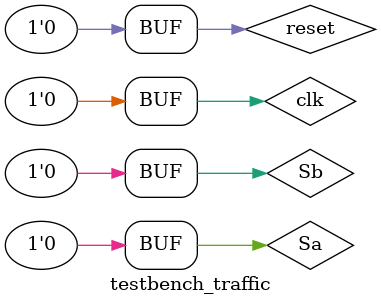
<source format=sv>
`timescale 1ns / 1ps

module testbench_traffic();
    logic clk, reset, Sa, Sb;
    logic [2:0] La, Lb;

    // instantiate device under test
    traffic_light_system dut(clk, reset, Sa, Sb, La, Lb);

    // apply inputs one at a time
    always
        begin
            clk = 1; #10; 
            clk = 0; #10;
        end
        
    initial begin
        reset = 1; Sa = 0; Sb = 0; #10;
        Sa = 1; #10;
        reset = 0; #100;
        Sb = 1; #100;
        Sa = 0; #100;
        Sa = 0; Sb = 0; #100;
    end
     
endmodule
                 
</source>
